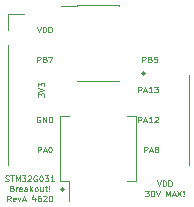
<source format=gbr>
%TF.GenerationSoftware,KiCad,Pcbnew,(5.1.7-0-10_14)*%
%TF.CreationDate,2020-11-09T13:54:58+00:00*%
%TF.ProjectId,STM32G031J6_Breakout,53544d33-3247-4303-9331-4a365f427265,rev?*%
%TF.SameCoordinates,Original*%
%TF.FileFunction,Legend,Top*%
%TF.FilePolarity,Positive*%
%FSLAX46Y46*%
G04 Gerber Fmt 4.6, Leading zero omitted, Abs format (unit mm)*
G04 Created by KiCad (PCBNEW (5.1.7-0-10_14)) date 2020-11-09 13:54:58*
%MOMM*%
%LPD*%
G01*
G04 APERTURE LIST*
%ADD10C,0.100000*%
%ADD11C,0.200000*%
%ADD12C,0.120000*%
G04 APERTURE END LIST*
D10*
X140811333Y-104203190D02*
X140978000Y-104703190D01*
X141144666Y-104203190D01*
X141311333Y-104703190D02*
X141311333Y-104203190D01*
X141430380Y-104203190D01*
X141501809Y-104227000D01*
X141549428Y-104274619D01*
X141573238Y-104322238D01*
X141597047Y-104417476D01*
X141597047Y-104488904D01*
X141573238Y-104584142D01*
X141549428Y-104631761D01*
X141501809Y-104679380D01*
X141430380Y-104703190D01*
X141311333Y-104703190D01*
X141811333Y-104703190D02*
X141811333Y-104203190D01*
X141930380Y-104203190D01*
X142001809Y-104227000D01*
X142049428Y-104274619D01*
X142073238Y-104322238D01*
X142097047Y-104417476D01*
X142097047Y-104488904D01*
X142073238Y-104584142D01*
X142049428Y-104631761D01*
X142001809Y-104679380D01*
X141930380Y-104703190D01*
X141811333Y-104703190D01*
X139811333Y-105053190D02*
X140120857Y-105053190D01*
X139954190Y-105243666D01*
X140025619Y-105243666D01*
X140073238Y-105267476D01*
X140097047Y-105291285D01*
X140120857Y-105338904D01*
X140120857Y-105457952D01*
X140097047Y-105505571D01*
X140073238Y-105529380D01*
X140025619Y-105553190D01*
X139882761Y-105553190D01*
X139835142Y-105529380D01*
X139811333Y-105505571D01*
X140430380Y-105053190D02*
X140478000Y-105053190D01*
X140525619Y-105077000D01*
X140549428Y-105100809D01*
X140573238Y-105148428D01*
X140597047Y-105243666D01*
X140597047Y-105362714D01*
X140573238Y-105457952D01*
X140549428Y-105505571D01*
X140525619Y-105529380D01*
X140478000Y-105553190D01*
X140430380Y-105553190D01*
X140382761Y-105529380D01*
X140358952Y-105505571D01*
X140335142Y-105457952D01*
X140311333Y-105362714D01*
X140311333Y-105243666D01*
X140335142Y-105148428D01*
X140358952Y-105100809D01*
X140382761Y-105077000D01*
X140430380Y-105053190D01*
X140739904Y-105053190D02*
X140906571Y-105553190D01*
X141073238Y-105053190D01*
X141620857Y-105553190D02*
X141620857Y-105053190D01*
X141787523Y-105410333D01*
X141954190Y-105053190D01*
X141954190Y-105553190D01*
X142168476Y-105410333D02*
X142406571Y-105410333D01*
X142120857Y-105553190D02*
X142287523Y-105053190D01*
X142454190Y-105553190D01*
X142573238Y-105053190D02*
X142906571Y-105553190D01*
X142906571Y-105053190D02*
X142573238Y-105553190D01*
X143097047Y-105505571D02*
X143120857Y-105529380D01*
X143097047Y-105553190D01*
X143073238Y-105529380D01*
X143097047Y-105505571D01*
X143097047Y-105553190D01*
X143097047Y-105362714D02*
X143073238Y-105077000D01*
X143097047Y-105053190D01*
X143120857Y-105077000D01*
X143097047Y-105362714D01*
X143097047Y-105053190D01*
X127988476Y-104254380D02*
X128059904Y-104278190D01*
X128178952Y-104278190D01*
X128226571Y-104254380D01*
X128250380Y-104230571D01*
X128274190Y-104182952D01*
X128274190Y-104135333D01*
X128250380Y-104087714D01*
X128226571Y-104063904D01*
X128178952Y-104040095D01*
X128083714Y-104016285D01*
X128036095Y-103992476D01*
X128012285Y-103968666D01*
X127988476Y-103921047D01*
X127988476Y-103873428D01*
X128012285Y-103825809D01*
X128036095Y-103802000D01*
X128083714Y-103778190D01*
X128202761Y-103778190D01*
X128274190Y-103802000D01*
X128417047Y-103778190D02*
X128702761Y-103778190D01*
X128559904Y-104278190D02*
X128559904Y-103778190D01*
X128869428Y-104278190D02*
X128869428Y-103778190D01*
X129036095Y-104135333D01*
X129202761Y-103778190D01*
X129202761Y-104278190D01*
X129393238Y-103778190D02*
X129702761Y-103778190D01*
X129536095Y-103968666D01*
X129607523Y-103968666D01*
X129655142Y-103992476D01*
X129678952Y-104016285D01*
X129702761Y-104063904D01*
X129702761Y-104182952D01*
X129678952Y-104230571D01*
X129655142Y-104254380D01*
X129607523Y-104278190D01*
X129464666Y-104278190D01*
X129417047Y-104254380D01*
X129393238Y-104230571D01*
X129893238Y-103825809D02*
X129917047Y-103802000D01*
X129964666Y-103778190D01*
X130083714Y-103778190D01*
X130131333Y-103802000D01*
X130155142Y-103825809D01*
X130178952Y-103873428D01*
X130178952Y-103921047D01*
X130155142Y-103992476D01*
X129869428Y-104278190D01*
X130178952Y-104278190D01*
X130655142Y-103802000D02*
X130607523Y-103778190D01*
X130536095Y-103778190D01*
X130464666Y-103802000D01*
X130417047Y-103849619D01*
X130393238Y-103897238D01*
X130369428Y-103992476D01*
X130369428Y-104063904D01*
X130393238Y-104159142D01*
X130417047Y-104206761D01*
X130464666Y-104254380D01*
X130536095Y-104278190D01*
X130583714Y-104278190D01*
X130655142Y-104254380D01*
X130678952Y-104230571D01*
X130678952Y-104063904D01*
X130583714Y-104063904D01*
X130988476Y-103778190D02*
X131036095Y-103778190D01*
X131083714Y-103802000D01*
X131107523Y-103825809D01*
X131131333Y-103873428D01*
X131155142Y-103968666D01*
X131155142Y-104087714D01*
X131131333Y-104182952D01*
X131107523Y-104230571D01*
X131083714Y-104254380D01*
X131036095Y-104278190D01*
X130988476Y-104278190D01*
X130940857Y-104254380D01*
X130917047Y-104230571D01*
X130893238Y-104182952D01*
X130869428Y-104087714D01*
X130869428Y-103968666D01*
X130893238Y-103873428D01*
X130917047Y-103825809D01*
X130940857Y-103802000D01*
X130988476Y-103778190D01*
X131321809Y-103778190D02*
X131631333Y-103778190D01*
X131464666Y-103968666D01*
X131536095Y-103968666D01*
X131583714Y-103992476D01*
X131607523Y-104016285D01*
X131631333Y-104063904D01*
X131631333Y-104182952D01*
X131607523Y-104230571D01*
X131583714Y-104254380D01*
X131536095Y-104278190D01*
X131393238Y-104278190D01*
X131345619Y-104254380D01*
X131321809Y-104230571D01*
X132107523Y-104278190D02*
X131821809Y-104278190D01*
X131964666Y-104278190D02*
X131964666Y-103778190D01*
X131917047Y-103849619D01*
X131869428Y-103897238D01*
X131821809Y-103921047D01*
X128571809Y-104866285D02*
X128643238Y-104890095D01*
X128667047Y-104913904D01*
X128690857Y-104961523D01*
X128690857Y-105032952D01*
X128667047Y-105080571D01*
X128643238Y-105104380D01*
X128595619Y-105128190D01*
X128405142Y-105128190D01*
X128405142Y-104628190D01*
X128571809Y-104628190D01*
X128619428Y-104652000D01*
X128643238Y-104675809D01*
X128667047Y-104723428D01*
X128667047Y-104771047D01*
X128643238Y-104818666D01*
X128619428Y-104842476D01*
X128571809Y-104866285D01*
X128405142Y-104866285D01*
X128905142Y-105128190D02*
X128905142Y-104794857D01*
X128905142Y-104890095D02*
X128928952Y-104842476D01*
X128952761Y-104818666D01*
X129000380Y-104794857D01*
X129048000Y-104794857D01*
X129405142Y-105104380D02*
X129357523Y-105128190D01*
X129262285Y-105128190D01*
X129214666Y-105104380D01*
X129190857Y-105056761D01*
X129190857Y-104866285D01*
X129214666Y-104818666D01*
X129262285Y-104794857D01*
X129357523Y-104794857D01*
X129405142Y-104818666D01*
X129428952Y-104866285D01*
X129428952Y-104913904D01*
X129190857Y-104961523D01*
X129857523Y-105128190D02*
X129857523Y-104866285D01*
X129833714Y-104818666D01*
X129786095Y-104794857D01*
X129690857Y-104794857D01*
X129643238Y-104818666D01*
X129857523Y-105104380D02*
X129809904Y-105128190D01*
X129690857Y-105128190D01*
X129643238Y-105104380D01*
X129619428Y-105056761D01*
X129619428Y-105009142D01*
X129643238Y-104961523D01*
X129690857Y-104937714D01*
X129809904Y-104937714D01*
X129857523Y-104913904D01*
X130095619Y-105128190D02*
X130095619Y-104628190D01*
X130143238Y-104937714D02*
X130286095Y-105128190D01*
X130286095Y-104794857D02*
X130095619Y-104985333D01*
X130571809Y-105128190D02*
X130524190Y-105104380D01*
X130500380Y-105080571D01*
X130476571Y-105032952D01*
X130476571Y-104890095D01*
X130500380Y-104842476D01*
X130524190Y-104818666D01*
X130571809Y-104794857D01*
X130643238Y-104794857D01*
X130690857Y-104818666D01*
X130714666Y-104842476D01*
X130738476Y-104890095D01*
X130738476Y-105032952D01*
X130714666Y-105080571D01*
X130690857Y-105104380D01*
X130643238Y-105128190D01*
X130571809Y-105128190D01*
X131167047Y-104794857D02*
X131167047Y-105128190D01*
X130952761Y-104794857D02*
X130952761Y-105056761D01*
X130976571Y-105104380D01*
X131024190Y-105128190D01*
X131095619Y-105128190D01*
X131143238Y-105104380D01*
X131167047Y-105080571D01*
X131333714Y-104794857D02*
X131524190Y-104794857D01*
X131405142Y-104628190D02*
X131405142Y-105056761D01*
X131428952Y-105104380D01*
X131476571Y-105128190D01*
X131524190Y-105128190D01*
X131690857Y-105080571D02*
X131714666Y-105104380D01*
X131690857Y-105128190D01*
X131667047Y-105104380D01*
X131690857Y-105080571D01*
X131690857Y-105128190D01*
X131690857Y-104937714D02*
X131667047Y-104652000D01*
X131690857Y-104628190D01*
X131714666Y-104652000D01*
X131690857Y-104937714D01*
X131690857Y-104628190D01*
X128440857Y-105978190D02*
X128274190Y-105740095D01*
X128155142Y-105978190D02*
X128155142Y-105478190D01*
X128345619Y-105478190D01*
X128393238Y-105502000D01*
X128417047Y-105525809D01*
X128440857Y-105573428D01*
X128440857Y-105644857D01*
X128417047Y-105692476D01*
X128393238Y-105716285D01*
X128345619Y-105740095D01*
X128155142Y-105740095D01*
X128845619Y-105954380D02*
X128798000Y-105978190D01*
X128702761Y-105978190D01*
X128655142Y-105954380D01*
X128631333Y-105906761D01*
X128631333Y-105716285D01*
X128655142Y-105668666D01*
X128702761Y-105644857D01*
X128798000Y-105644857D01*
X128845619Y-105668666D01*
X128869428Y-105716285D01*
X128869428Y-105763904D01*
X128631333Y-105811523D01*
X129036095Y-105644857D02*
X129155142Y-105978190D01*
X129274190Y-105644857D01*
X129440857Y-105835333D02*
X129678952Y-105835333D01*
X129393238Y-105978190D02*
X129559904Y-105478190D01*
X129726571Y-105978190D01*
X130488476Y-105644857D02*
X130488476Y-105978190D01*
X130369428Y-105454380D02*
X130250380Y-105811523D01*
X130559904Y-105811523D01*
X130964666Y-105478190D02*
X130869428Y-105478190D01*
X130821809Y-105502000D01*
X130798000Y-105525809D01*
X130750380Y-105597238D01*
X130726571Y-105692476D01*
X130726571Y-105882952D01*
X130750380Y-105930571D01*
X130774190Y-105954380D01*
X130821809Y-105978190D01*
X130917047Y-105978190D01*
X130964666Y-105954380D01*
X130988476Y-105930571D01*
X131012285Y-105882952D01*
X131012285Y-105763904D01*
X130988476Y-105716285D01*
X130964666Y-105692476D01*
X130917047Y-105668666D01*
X130821809Y-105668666D01*
X130774190Y-105692476D01*
X130750380Y-105716285D01*
X130726571Y-105763904D01*
X131202761Y-105525809D02*
X131226571Y-105502000D01*
X131274190Y-105478190D01*
X131393238Y-105478190D01*
X131440857Y-105502000D01*
X131464666Y-105525809D01*
X131488476Y-105573428D01*
X131488476Y-105621047D01*
X131464666Y-105692476D01*
X131178952Y-105978190D01*
X131488476Y-105978190D01*
X131798000Y-105478190D02*
X131845619Y-105478190D01*
X131893238Y-105502000D01*
X131917047Y-105525809D01*
X131940857Y-105573428D01*
X131964666Y-105668666D01*
X131964666Y-105787714D01*
X131940857Y-105882952D01*
X131917047Y-105930571D01*
X131893238Y-105954380D01*
X131845619Y-105978190D01*
X131798000Y-105978190D01*
X131750380Y-105954380D01*
X131726571Y-105930571D01*
X131702761Y-105882952D01*
X131678952Y-105787714D01*
X131678952Y-105668666D01*
X131702761Y-105573428D01*
X131726571Y-105525809D01*
X131750380Y-105502000D01*
X131798000Y-105478190D01*
X139259571Y-99286190D02*
X139259571Y-98786190D01*
X139450047Y-98786190D01*
X139497666Y-98810000D01*
X139521476Y-98833809D01*
X139545285Y-98881428D01*
X139545285Y-98952857D01*
X139521476Y-99000476D01*
X139497666Y-99024285D01*
X139450047Y-99048095D01*
X139259571Y-99048095D01*
X139735761Y-99143333D02*
X139973857Y-99143333D01*
X139688142Y-99286190D02*
X139854809Y-98786190D01*
X140021476Y-99286190D01*
X140450047Y-99286190D02*
X140164333Y-99286190D01*
X140307190Y-99286190D02*
X140307190Y-98786190D01*
X140259571Y-98857619D01*
X140211952Y-98905238D01*
X140164333Y-98929047D01*
X140640523Y-98833809D02*
X140664333Y-98810000D01*
X140711952Y-98786190D01*
X140831000Y-98786190D01*
X140878619Y-98810000D01*
X140902428Y-98833809D01*
X140926238Y-98881428D01*
X140926238Y-98929047D01*
X140902428Y-99000476D01*
X140616714Y-99286190D01*
X140926238Y-99286190D01*
D11*
X132969000Y-104965500D02*
G75*
G03*
X132969000Y-104965500I-127000J0D01*
G01*
X139827000Y-95123000D02*
G75*
G03*
X139827000Y-95123000I-127000J0D01*
G01*
D10*
X139751666Y-101826190D02*
X139751666Y-101326190D01*
X139942142Y-101326190D01*
X139989761Y-101350000D01*
X140013571Y-101373809D01*
X140037380Y-101421428D01*
X140037380Y-101492857D01*
X140013571Y-101540476D01*
X139989761Y-101564285D01*
X139942142Y-101588095D01*
X139751666Y-101588095D01*
X140227857Y-101683333D02*
X140465952Y-101683333D01*
X140180238Y-101826190D02*
X140346904Y-101326190D01*
X140513571Y-101826190D01*
X140751666Y-101540476D02*
X140704047Y-101516666D01*
X140680238Y-101492857D01*
X140656428Y-101445238D01*
X140656428Y-101421428D01*
X140680238Y-101373809D01*
X140704047Y-101350000D01*
X140751666Y-101326190D01*
X140846904Y-101326190D01*
X140894523Y-101350000D01*
X140918333Y-101373809D01*
X140942142Y-101421428D01*
X140942142Y-101445238D01*
X140918333Y-101492857D01*
X140894523Y-101516666D01*
X140846904Y-101540476D01*
X140751666Y-101540476D01*
X140704047Y-101564285D01*
X140680238Y-101588095D01*
X140656428Y-101635714D01*
X140656428Y-101730952D01*
X140680238Y-101778571D01*
X140704047Y-101802380D01*
X140751666Y-101826190D01*
X140846904Y-101826190D01*
X140894523Y-101802380D01*
X140918333Y-101778571D01*
X140942142Y-101730952D01*
X140942142Y-101635714D01*
X140918333Y-101588095D01*
X140894523Y-101564285D01*
X140846904Y-101540476D01*
X139259571Y-96746190D02*
X139259571Y-96246190D01*
X139450047Y-96246190D01*
X139497666Y-96270000D01*
X139521476Y-96293809D01*
X139545285Y-96341428D01*
X139545285Y-96412857D01*
X139521476Y-96460476D01*
X139497666Y-96484285D01*
X139450047Y-96508095D01*
X139259571Y-96508095D01*
X139735761Y-96603333D02*
X139973857Y-96603333D01*
X139688142Y-96746190D02*
X139854809Y-96246190D01*
X140021476Y-96746190D01*
X140450047Y-96746190D02*
X140164333Y-96746190D01*
X140307190Y-96746190D02*
X140307190Y-96246190D01*
X140259571Y-96317619D01*
X140211952Y-96365238D01*
X140164333Y-96389047D01*
X140616714Y-96246190D02*
X140926238Y-96246190D01*
X140759571Y-96436666D01*
X140831000Y-96436666D01*
X140878619Y-96460476D01*
X140902428Y-96484285D01*
X140926238Y-96531904D01*
X140926238Y-96650952D01*
X140902428Y-96698571D01*
X140878619Y-96722380D01*
X140831000Y-96746190D01*
X140688142Y-96746190D01*
X140640523Y-96722380D01*
X140616714Y-96698571D01*
X139588952Y-94206190D02*
X139588952Y-93706190D01*
X139779428Y-93706190D01*
X139827047Y-93730000D01*
X139850857Y-93753809D01*
X139874666Y-93801428D01*
X139874666Y-93872857D01*
X139850857Y-93920476D01*
X139827047Y-93944285D01*
X139779428Y-93968095D01*
X139588952Y-93968095D01*
X140255619Y-93944285D02*
X140327047Y-93968095D01*
X140350857Y-93991904D01*
X140374666Y-94039523D01*
X140374666Y-94110952D01*
X140350857Y-94158571D01*
X140327047Y-94182380D01*
X140279428Y-94206190D01*
X140088952Y-94206190D01*
X140088952Y-93706190D01*
X140255619Y-93706190D01*
X140303238Y-93730000D01*
X140327047Y-93753809D01*
X140350857Y-93801428D01*
X140350857Y-93849047D01*
X140327047Y-93896666D01*
X140303238Y-93920476D01*
X140255619Y-93944285D01*
X140088952Y-93944285D01*
X140827047Y-93706190D02*
X140588952Y-93706190D01*
X140565142Y-93944285D01*
X140588952Y-93920476D01*
X140636571Y-93896666D01*
X140755619Y-93896666D01*
X140803238Y-93920476D01*
X140827047Y-93944285D01*
X140850857Y-93991904D01*
X140850857Y-94110952D01*
X140827047Y-94158571D01*
X140803238Y-94182380D01*
X140755619Y-94206190D01*
X140636571Y-94206190D01*
X140588952Y-94182380D01*
X140565142Y-94158571D01*
X130734666Y-101826190D02*
X130734666Y-101326190D01*
X130925142Y-101326190D01*
X130972761Y-101350000D01*
X130996571Y-101373809D01*
X131020380Y-101421428D01*
X131020380Y-101492857D01*
X130996571Y-101540476D01*
X130972761Y-101564285D01*
X130925142Y-101588095D01*
X130734666Y-101588095D01*
X131210857Y-101683333D02*
X131448952Y-101683333D01*
X131163238Y-101826190D02*
X131329904Y-101326190D01*
X131496571Y-101826190D01*
X131758476Y-101326190D02*
X131806095Y-101326190D01*
X131853714Y-101350000D01*
X131877523Y-101373809D01*
X131901333Y-101421428D01*
X131925142Y-101516666D01*
X131925142Y-101635714D01*
X131901333Y-101730952D01*
X131877523Y-101778571D01*
X131853714Y-101802380D01*
X131806095Y-101826190D01*
X131758476Y-101826190D01*
X131710857Y-101802380D01*
X131687047Y-101778571D01*
X131663238Y-101730952D01*
X131639428Y-101635714D01*
X131639428Y-101516666D01*
X131663238Y-101421428D01*
X131687047Y-101373809D01*
X131710857Y-101350000D01*
X131758476Y-101326190D01*
X130937047Y-98810000D02*
X130889428Y-98786190D01*
X130818000Y-98786190D01*
X130746571Y-98810000D01*
X130698952Y-98857619D01*
X130675142Y-98905238D01*
X130651333Y-99000476D01*
X130651333Y-99071904D01*
X130675142Y-99167142D01*
X130698952Y-99214761D01*
X130746571Y-99262380D01*
X130818000Y-99286190D01*
X130865619Y-99286190D01*
X130937047Y-99262380D01*
X130960857Y-99238571D01*
X130960857Y-99071904D01*
X130865619Y-99071904D01*
X131175142Y-99286190D02*
X131175142Y-98786190D01*
X131460857Y-99286190D01*
X131460857Y-98786190D01*
X131698952Y-99286190D02*
X131698952Y-98786190D01*
X131818000Y-98786190D01*
X131889428Y-98810000D01*
X131937047Y-98857619D01*
X131960857Y-98905238D01*
X131984666Y-99000476D01*
X131984666Y-99071904D01*
X131960857Y-99167142D01*
X131937047Y-99214761D01*
X131889428Y-99262380D01*
X131818000Y-99286190D01*
X131698952Y-99286190D01*
X130790190Y-97139047D02*
X130790190Y-96829523D01*
X130980666Y-96996190D01*
X130980666Y-96924761D01*
X131004476Y-96877142D01*
X131028285Y-96853333D01*
X131075904Y-96829523D01*
X131194952Y-96829523D01*
X131242571Y-96853333D01*
X131266380Y-96877142D01*
X131290190Y-96924761D01*
X131290190Y-97067619D01*
X131266380Y-97115238D01*
X131242571Y-97139047D01*
X130790190Y-96686666D02*
X131290190Y-96520000D01*
X130790190Y-96353333D01*
X130790190Y-96234285D02*
X130790190Y-95924761D01*
X130980666Y-96091428D01*
X130980666Y-96020000D01*
X131004476Y-95972380D01*
X131028285Y-95948571D01*
X131075904Y-95924761D01*
X131194952Y-95924761D01*
X131242571Y-95948571D01*
X131266380Y-95972380D01*
X131290190Y-96020000D01*
X131290190Y-96162857D01*
X131266380Y-96210476D01*
X131242571Y-96234285D01*
X130698952Y-94206190D02*
X130698952Y-93706190D01*
X130889428Y-93706190D01*
X130937047Y-93730000D01*
X130960857Y-93753809D01*
X130984666Y-93801428D01*
X130984666Y-93872857D01*
X130960857Y-93920476D01*
X130937047Y-93944285D01*
X130889428Y-93968095D01*
X130698952Y-93968095D01*
X131365619Y-93944285D02*
X131437047Y-93968095D01*
X131460857Y-93991904D01*
X131484666Y-94039523D01*
X131484666Y-94110952D01*
X131460857Y-94158571D01*
X131437047Y-94182380D01*
X131389428Y-94206190D01*
X131198952Y-94206190D01*
X131198952Y-93706190D01*
X131365619Y-93706190D01*
X131413238Y-93730000D01*
X131437047Y-93753809D01*
X131460857Y-93801428D01*
X131460857Y-93849047D01*
X131437047Y-93896666D01*
X131413238Y-93920476D01*
X131365619Y-93944285D01*
X131198952Y-93944285D01*
X131651333Y-93706190D02*
X131984666Y-93706190D01*
X131770380Y-94206190D01*
X130651333Y-91166190D02*
X130818000Y-91666190D01*
X130984666Y-91166190D01*
X131151333Y-91666190D02*
X131151333Y-91166190D01*
X131270380Y-91166190D01*
X131341809Y-91190000D01*
X131389428Y-91237619D01*
X131413238Y-91285238D01*
X131437047Y-91380476D01*
X131437047Y-91451904D01*
X131413238Y-91547142D01*
X131389428Y-91594761D01*
X131341809Y-91642380D01*
X131270380Y-91666190D01*
X131151333Y-91666190D01*
X131651333Y-91666190D02*
X131651333Y-91166190D01*
X131770380Y-91166190D01*
X131841809Y-91190000D01*
X131889428Y-91237619D01*
X131913238Y-91285238D01*
X131937047Y-91380476D01*
X131937047Y-91451904D01*
X131913238Y-91547142D01*
X131889428Y-91594761D01*
X131841809Y-91642380D01*
X131770380Y-91666190D01*
X131651333Y-91666190D01*
D12*
%TO.C,J4*%
X143570000Y-95250000D02*
X143570000Y-102930000D01*
%TO.C,J1*%
X128210000Y-92710000D02*
X128210000Y-102930000D01*
X128210000Y-91440000D02*
X128210000Y-90110000D01*
X128210000Y-90110000D02*
X129540000Y-90110000D01*
%TO.C,U2*%
X139036500Y-101473000D02*
X139036500Y-98713000D01*
X139036500Y-98713000D02*
X138291500Y-98713000D01*
X139036500Y-101473000D02*
X139036500Y-104233000D01*
X139036500Y-104233000D02*
X138291500Y-104233000D01*
X132616500Y-101473000D02*
X132616500Y-98713000D01*
X132616500Y-98713000D02*
X133361500Y-98713000D01*
X132616500Y-101473000D02*
X132616500Y-104233000D01*
X132616500Y-104233000D02*
X133361500Y-104233000D01*
X133361500Y-104233000D02*
X133361500Y-105923000D01*
%TO.C,J3*%
X134061500Y-89348000D02*
X137591500Y-89348000D01*
X134061500Y-95818000D02*
X137591500Y-95818000D01*
X132736500Y-89413000D02*
X134061500Y-89413000D01*
X134061500Y-89348000D02*
X134061500Y-89413000D01*
X137591500Y-89348000D02*
X137591500Y-89413000D01*
X134061500Y-95753000D02*
X134061500Y-95818000D01*
X137591500Y-95753000D02*
X137591500Y-95818000D01*
%TD*%
M02*

</source>
